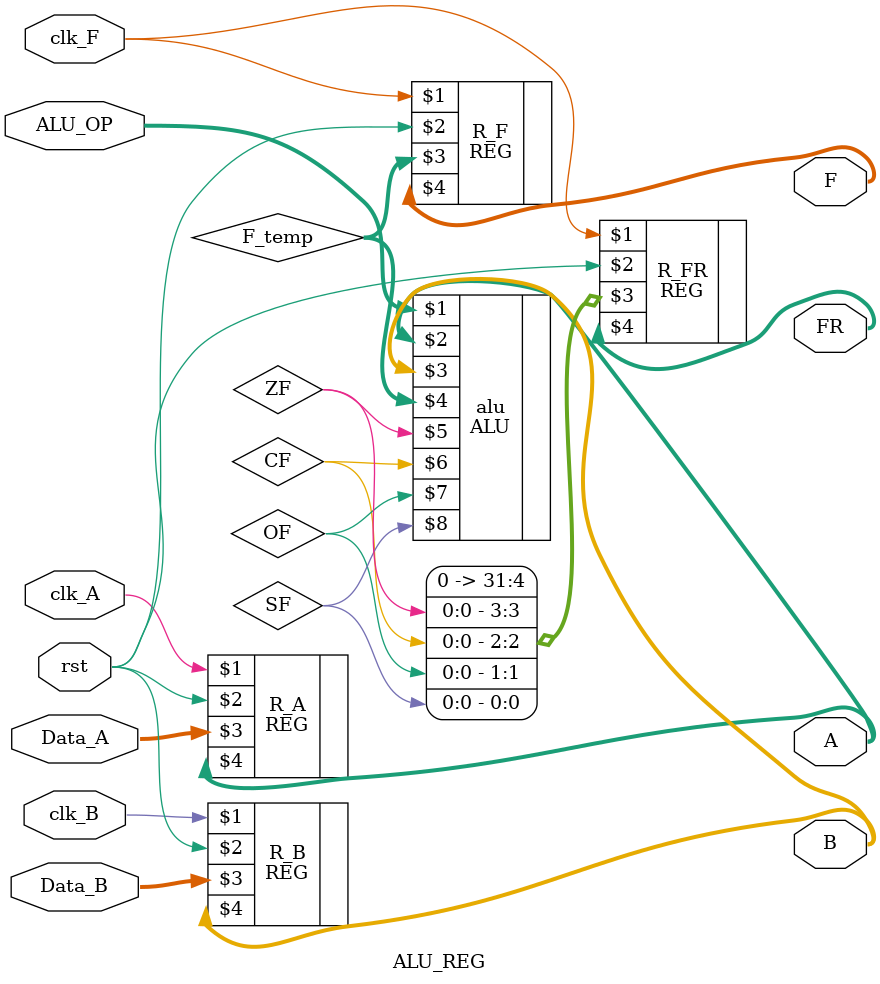
<source format=v>
`timescale 1ns / 1ps

module ALU_REG (
    ALU_OP,
    Data_A,
    Data_B,
    rst,
    clk_A,
    clk_B,
    clk_F,
    A,
    B,
    F,
    FR
);

  input [3:0] ALU_OP;
  input [31:0] Data_A, Data_B;
  input rst, clk_A, clk_B, clk_F;
  output [31:0] A, B, F;
  output [3:0] FR;

  wire [31:0] F_temp;
  wire ZF, CF, OF, SF;

  REG R_A (
      clk_A,
      rst,
      Data_A,
      A
  );

  REG R_B (
      clk_B,
      rst,
      Data_B,
      B
  );

  ALU alu (
      ALU_OP,
      A,
      B,
      F_temp,
      ZF,
      CF,
      OF,
      SF
  );

  REG R_F (
      clk_F,
      rst,
      F_temp,
      F
  );

  REG R_FR (
      clk_F,
      rst,
      {28'b0, ZF, CF, OF, SF},
      FR
  );

endmodule

</source>
